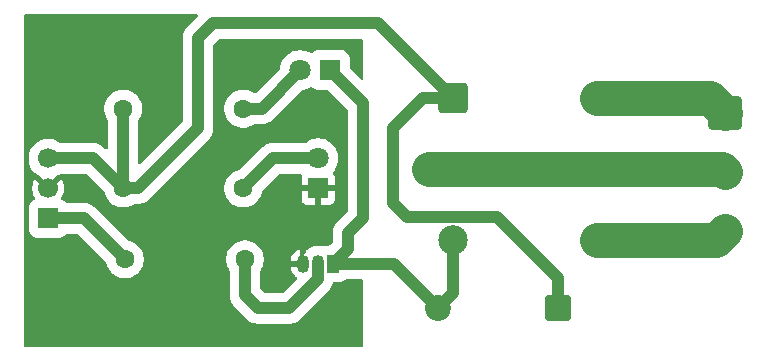
<source format=gbr>
%TF.GenerationSoftware,KiCad,Pcbnew,9.0.7*%
%TF.CreationDate,2026-01-29T22:17:19+05:30*%
%TF.ProjectId,RELAY,52454c41-592e-46b6-9963-61645f706362,rev?*%
%TF.SameCoordinates,Original*%
%TF.FileFunction,Copper,L2,Bot*%
%TF.FilePolarity,Positive*%
%FSLAX46Y46*%
G04 Gerber Fmt 4.6, Leading zero omitted, Abs format (unit mm)*
G04 Created by KiCad (PCBNEW 9.0.7) date 2026-01-29 22:17:19*
%MOMM*%
%LPD*%
G01*
G04 APERTURE LIST*
G04 Aperture macros list*
%AMRoundRect*
0 Rectangle with rounded corners*
0 $1 Rounding radius*
0 $2 $3 $4 $5 $6 $7 $8 $9 X,Y pos of 4 corners*
0 Add a 4 corners polygon primitive as box body*
4,1,4,$2,$3,$4,$5,$6,$7,$8,$9,$2,$3,0*
0 Add four circle primitives for the rounded corners*
1,1,$1+$1,$2,$3*
1,1,$1+$1,$4,$5*
1,1,$1+$1,$6,$7*
1,1,$1+$1,$8,$9*
0 Add four rect primitives between the rounded corners*
20,1,$1+$1,$2,$3,$4,$5,0*
20,1,$1+$1,$4,$5,$6,$7,0*
20,1,$1+$1,$6,$7,$8,$9,0*
20,1,$1+$1,$8,$9,$2,$3,0*%
G04 Aperture macros list end*
%TA.AperFunction,ComponentPad*%
%ADD10RoundRect,0.250001X-1.149999X1.149999X-1.149999X-1.149999X1.149999X-1.149999X1.149999X1.149999X0*%
%TD*%
%TA.AperFunction,ComponentPad*%
%ADD11C,2.800000*%
%TD*%
%TA.AperFunction,ComponentPad*%
%ADD12C,1.600000*%
%TD*%
%TA.AperFunction,ComponentPad*%
%ADD13R,1.700000X1.700000*%
%TD*%
%TA.AperFunction,ComponentPad*%
%ADD14C,1.700000*%
%TD*%
%TA.AperFunction,ComponentPad*%
%ADD15RoundRect,0.249999X0.850001X0.850001X-0.850001X0.850001X-0.850001X-0.850001X0.850001X-0.850001X0*%
%TD*%
%TA.AperFunction,ComponentPad*%
%ADD16C,2.200000*%
%TD*%
%TA.AperFunction,ComponentPad*%
%ADD17C,2.500000*%
%TD*%
%TA.AperFunction,ComponentPad*%
%ADD18RoundRect,0.250000X-1.000000X-1.000000X1.000000X-1.000000X1.000000X1.000000X-1.000000X1.000000X0*%
%TD*%
%TA.AperFunction,ComponentPad*%
%ADD19R,1.800000X1.800000*%
%TD*%
%TA.AperFunction,ComponentPad*%
%ADD20C,1.800000*%
%TD*%
%TA.AperFunction,ComponentPad*%
%ADD21R,1.050000X1.500000*%
%TD*%
%TA.AperFunction,ComponentPad*%
%ADD22O,1.050000X1.500000*%
%TD*%
%TA.AperFunction,Conductor*%
%ADD23C,1.000000*%
%TD*%
%TA.AperFunction,Conductor*%
%ADD24C,3.000000*%
%TD*%
G04 APERTURE END LIST*
D10*
%TO.P,J1,1,Pin_1*%
%TO.N,NC*%
X180500000Y-110490000D03*
D11*
%TO.P,J1,2,Pin_2*%
%TO.N,COM*%
X180500000Y-115490000D03*
%TO.P,J1,3,Pin_3*%
%TO.N,NO*%
X180500000Y-120490000D03*
%TD*%
D12*
%TO.P,R1,1*%
%TO.N,VCC*%
X129540000Y-110090000D03*
%TO.P,R1,2*%
%TO.N,Net-(D2-A)*%
X139700000Y-110090000D03*
%TD*%
D13*
%TO.P,J2,1,Pin_1*%
%TO.N,INPUT*%
X123190000Y-119380000D03*
D14*
%TO.P,J2,2,Pin_2*%
%TO.N,GND*%
X123190000Y-116840000D03*
%TO.P,J2,3,Pin_3*%
%TO.N,VCC*%
X123190000Y-114300000D03*
%TD*%
D15*
%TO.P,D3,1,K*%
%TO.N,VCC*%
X166370000Y-127000000D03*
D16*
%TO.P,D3,2,A*%
%TO.N,Net-(D2-K)*%
X156210000Y-127000000D03*
%TD*%
D17*
%TO.P,K2,11*%
%TO.N,COM*%
X155480000Y-115220000D03*
%TO.P,K2,12*%
%TO.N,NC*%
X169680000Y-109220000D03*
%TO.P,K2,14*%
%TO.N,NO*%
X169680000Y-121220000D03*
D18*
%TO.P,K2,A1*%
%TO.N,VCC*%
X157480000Y-109220000D03*
D17*
%TO.P,K2,A2*%
%TO.N,Net-(D2-K)*%
X157480000Y-121220000D03*
%TD*%
D19*
%TO.P,D1,1,K*%
%TO.N,GND*%
X146050000Y-116840000D03*
D20*
%TO.P,D1,2,A*%
%TO.N,Net-(D1-A)*%
X146050000Y-114300000D03*
%TD*%
D12*
%TO.P,R3,1*%
%TO.N,INPUT*%
X129700000Y-122840000D03*
%TO.P,R3,2*%
%TO.N,Net-(Q1-B)*%
X139860000Y-122840000D03*
%TD*%
D21*
%TO.P,Q1,1,C*%
%TO.N,Net-(D2-K)*%
X147320000Y-123230000D03*
D22*
%TO.P,Q1,2,B*%
%TO.N,Net-(Q1-B)*%
X146050000Y-123230000D03*
%TO.P,Q1,3,E*%
%TO.N,GND*%
X144780000Y-123230000D03*
%TD*%
D12*
%TO.P,R2,1*%
%TO.N,VCC*%
X129540000Y-116840000D03*
%TO.P,R2,2*%
%TO.N,Net-(D1-A)*%
X139700000Y-116840000D03*
%TD*%
D19*
%TO.P,D2,1,K*%
%TO.N,Net-(D2-K)*%
X147050000Y-106840000D03*
D20*
%TO.P,D2,2,A*%
%TO.N,Net-(D2-A)*%
X144510000Y-106840000D03*
%TD*%
D23*
%TO.N,Net-(D1-A)*%
X139700000Y-116840000D02*
X142240000Y-114300000D01*
X142240000Y-114300000D02*
X146050000Y-114300000D01*
%TO.N,Net-(D2-K)*%
X157480000Y-121220000D02*
X157480000Y-125730000D01*
X147050000Y-106840000D02*
X149860000Y-109650000D01*
X149860000Y-109650000D02*
X149860000Y-119380000D01*
X148590000Y-120650000D02*
X148590000Y-121960000D01*
X148590000Y-121960000D02*
X147320000Y-123230000D01*
X157480000Y-125730000D02*
X156210000Y-127000000D01*
X149860000Y-119380000D02*
X148590000Y-120650000D01*
X147320000Y-123230000D02*
X152440000Y-123230000D01*
X152440000Y-123230000D02*
X156210000Y-127000000D01*
%TO.N,Net-(D2-A)*%
X139700000Y-110090000D02*
X141260000Y-110090000D01*
X141260000Y-110090000D02*
X144510000Y-106840000D01*
%TO.N,VCC*%
X166370000Y-124460000D02*
X166370000Y-127000000D01*
X151130000Y-102870000D02*
X137160000Y-102870000D01*
X157480000Y-109220000D02*
X154940000Y-109220000D01*
X157480000Y-109220000D02*
X151130000Y-102870000D01*
X152400000Y-118110000D02*
X153559000Y-119269000D01*
X153559000Y-119269000D02*
X161179000Y-119269000D01*
X130810000Y-116840000D02*
X129540000Y-116840000D01*
X135890000Y-111760000D02*
X130810000Y-116840000D01*
X127000000Y-114300000D02*
X123190000Y-114300000D01*
X154940000Y-109220000D02*
X152400000Y-111760000D01*
X129540000Y-116840000D02*
X127000000Y-114300000D01*
X135890000Y-104140000D02*
X135890000Y-111760000D01*
X152400000Y-111760000D02*
X152400000Y-118110000D01*
X137160000Y-102870000D02*
X135890000Y-104140000D01*
X129540000Y-116840000D02*
X129540000Y-110090000D01*
X161179000Y-119269000D02*
X166370000Y-124460000D01*
D24*
%TO.N,COM*%
X155480000Y-115220000D02*
X180230000Y-115220000D01*
X180230000Y-115220000D02*
X180500000Y-115490000D01*
%TO.N,NO*%
X169680000Y-121220000D02*
X179770000Y-121220000D01*
X179770000Y-121220000D02*
X180500000Y-120490000D01*
%TO.N,NC*%
X169680000Y-109220000D02*
X179230000Y-109220000D01*
X179230000Y-109220000D02*
X180500000Y-110490000D01*
D23*
%TO.N,INPUT*%
X126240000Y-119380000D02*
X129700000Y-122840000D01*
X123190000Y-119380000D02*
X126240000Y-119380000D01*
%TO.N,Net-(Q1-B)*%
X140970000Y-127000000D02*
X143580000Y-127000000D01*
X139860000Y-125890000D02*
X140970000Y-127000000D01*
X143580000Y-127000000D02*
X146050000Y-124530000D01*
X146050000Y-124530000D02*
X146050000Y-123230000D01*
X139860000Y-122840000D02*
X139860000Y-125890000D01*
%TD*%
%TA.AperFunction,Conductor*%
%TO.N,GND*%
G36*
X135857992Y-102120185D02*
G01*
X135903747Y-102172989D01*
X135913691Y-102242147D01*
X135884666Y-102305703D01*
X135878634Y-102312181D01*
X134898036Y-103292778D01*
X134777713Y-103458388D01*
X134731246Y-103549585D01*
X134731245Y-103549584D01*
X134684779Y-103640781D01*
X134684779Y-103640782D01*
X134621523Y-103835461D01*
X134621523Y-103835464D01*
X134589500Y-104037648D01*
X134589500Y-111169953D01*
X134569815Y-111236992D01*
X134553181Y-111257634D01*
X131052181Y-114758634D01*
X130990858Y-114792119D01*
X130921166Y-114787135D01*
X130865233Y-114745263D01*
X130840816Y-114679799D01*
X130840500Y-114670953D01*
X130840500Y-111063237D01*
X130860185Y-110996198D01*
X130864168Y-110990370D01*
X130908870Y-110928845D01*
X131023241Y-110704379D01*
X131101090Y-110464785D01*
X131140500Y-110215962D01*
X131140500Y-109964038D01*
X131101090Y-109715215D01*
X131023241Y-109475621D01*
X131023239Y-109475618D01*
X131023239Y-109475616D01*
X130981747Y-109394184D01*
X130908870Y-109251155D01*
X130811872Y-109117648D01*
X130760798Y-109047350D01*
X130760794Y-109047345D01*
X130582654Y-108869205D01*
X130582649Y-108869201D01*
X130378848Y-108721132D01*
X130378847Y-108721131D01*
X130378845Y-108721130D01*
X130308747Y-108685413D01*
X130154383Y-108606760D01*
X129914785Y-108528910D01*
X129804257Y-108511404D01*
X129665962Y-108489500D01*
X129414038Y-108489500D01*
X129289626Y-108509205D01*
X129165214Y-108528910D01*
X128925616Y-108606760D01*
X128701151Y-108721132D01*
X128497350Y-108869201D01*
X128497345Y-108869205D01*
X128319205Y-109047345D01*
X128319201Y-109047350D01*
X128171132Y-109251151D01*
X128056760Y-109475616D01*
X127978910Y-109715214D01*
X127939500Y-109964038D01*
X127939500Y-110215961D01*
X127978910Y-110464785D01*
X128056760Y-110704383D01*
X128171130Y-110928846D01*
X128191193Y-110956459D01*
X128215817Y-110990352D01*
X128239298Y-111056156D01*
X128239500Y-111063237D01*
X128239500Y-113400953D01*
X128219815Y-113467992D01*
X128167011Y-113513747D01*
X128097853Y-113523691D01*
X128034297Y-113494666D01*
X128027819Y-113488634D01*
X127847221Y-113308036D01*
X127847219Y-113308034D01*
X127681611Y-113187713D01*
X127590158Y-113141116D01*
X127499219Y-113094780D01*
X127441338Y-113075973D01*
X127333916Y-113041069D01*
X127333914Y-113041069D01*
X127304535Y-113031523D01*
X127304533Y-113031522D01*
X127304528Y-113031521D01*
X127132857Y-113004331D01*
X127102352Y-112999500D01*
X127102351Y-112999500D01*
X124248304Y-112999500D01*
X124181265Y-112979815D01*
X124175419Y-112975818D01*
X124055054Y-112888368D01*
X124055053Y-112888367D01*
X124055051Y-112888366D01*
X123982764Y-112851534D01*
X123823576Y-112770422D01*
X123576493Y-112690140D01*
X123319902Y-112649500D01*
X123319897Y-112649500D01*
X123060103Y-112649500D01*
X123060098Y-112649500D01*
X122803506Y-112690140D01*
X122556423Y-112770422D01*
X122324945Y-112888368D01*
X122114774Y-113041066D01*
X122114771Y-113041069D01*
X121931071Y-113224768D01*
X121931066Y-113224774D01*
X121778368Y-113434945D01*
X121660422Y-113666423D01*
X121580140Y-113913506D01*
X121539500Y-114170097D01*
X121539500Y-114429902D01*
X121580140Y-114686493D01*
X121660422Y-114933576D01*
X121778368Y-115165054D01*
X121931066Y-115375225D01*
X121931069Y-115375229D01*
X122114771Y-115558931D01*
X122324949Y-115711634D01*
X122491437Y-115796464D01*
X122522820Y-115819266D01*
X123060591Y-116357037D01*
X122997007Y-116374075D01*
X122882993Y-116439901D01*
X122789901Y-116532993D01*
X122724075Y-116647007D01*
X122707037Y-116710591D01*
X122074728Y-116078282D01*
X122074727Y-116078282D01*
X122035380Y-116132439D01*
X121938904Y-116321782D01*
X121873242Y-116523869D01*
X121873242Y-116523872D01*
X121840000Y-116733753D01*
X121840000Y-116946246D01*
X121873242Y-117156127D01*
X121873242Y-117156130D01*
X121938904Y-117358217D01*
X122035377Y-117547554D01*
X122076963Y-117604792D01*
X122100443Y-117670599D01*
X122084618Y-117738653D01*
X122034512Y-117787348D01*
X122017601Y-117794719D01*
X121990479Y-117804209D01*
X121837737Y-117900184D01*
X121710184Y-118027737D01*
X121614211Y-118180476D01*
X121554631Y-118350745D01*
X121554630Y-118350750D01*
X121539500Y-118485039D01*
X121539500Y-120274960D01*
X121554630Y-120409249D01*
X121554631Y-120409254D01*
X121614211Y-120579523D01*
X121706994Y-120727185D01*
X121710184Y-120732262D01*
X121837738Y-120859816D01*
X121990478Y-120955789D01*
X122160745Y-121015368D01*
X122160750Y-121015369D01*
X122251246Y-121025565D01*
X122295040Y-121030499D01*
X122295043Y-121030500D01*
X122295046Y-121030500D01*
X124084957Y-121030500D01*
X124084958Y-121030499D01*
X124152104Y-121022934D01*
X124219249Y-121015369D01*
X124219252Y-121015368D01*
X124219255Y-121015368D01*
X124389522Y-120955789D01*
X124542262Y-120859816D01*
X124669816Y-120732262D01*
X124669818Y-120732257D01*
X124673865Y-120727185D01*
X124731054Y-120687046D01*
X124770810Y-120680500D01*
X125649953Y-120680500D01*
X125716992Y-120700185D01*
X125737634Y-120716819D01*
X128092223Y-123071408D01*
X128125708Y-123132731D01*
X128127015Y-123139689D01*
X128138909Y-123214783D01*
X128216760Y-123454381D01*
X128331132Y-123678848D01*
X128479201Y-123882649D01*
X128479205Y-123882654D01*
X128657345Y-124060794D01*
X128657350Y-124060798D01*
X128835117Y-124189952D01*
X128861155Y-124208870D01*
X128944168Y-124251167D01*
X129085616Y-124323239D01*
X129085618Y-124323239D01*
X129085621Y-124323241D01*
X129325215Y-124401090D01*
X129574038Y-124440500D01*
X129574039Y-124440500D01*
X129825961Y-124440500D01*
X129825962Y-124440500D01*
X130074785Y-124401090D01*
X130314379Y-124323241D01*
X130538845Y-124208870D01*
X130742656Y-124060793D01*
X130920793Y-123882656D01*
X131068870Y-123678845D01*
X131183241Y-123454379D01*
X131261090Y-123214785D01*
X131300500Y-122965962D01*
X131300500Y-122714038D01*
X131261090Y-122465215D01*
X131183241Y-122225621D01*
X131183239Y-122225618D01*
X131183239Y-122225616D01*
X131126134Y-122113543D01*
X131068870Y-122001155D01*
X130964607Y-121857649D01*
X130920798Y-121797350D01*
X130920794Y-121797345D01*
X130742654Y-121619205D01*
X130742649Y-121619201D01*
X130538848Y-121471132D01*
X130538847Y-121471131D01*
X130538845Y-121471130D01*
X130314379Y-121356759D01*
X130194582Y-121317834D01*
X130074783Y-121278909D01*
X129999689Y-121267015D01*
X129936555Y-121237085D01*
X129931408Y-121232223D01*
X127087221Y-118388036D01*
X127087219Y-118388034D01*
X126921611Y-118267713D01*
X126806124Y-118208870D01*
X126739219Y-118174780D01*
X126633716Y-118140500D01*
X126544535Y-118111523D01*
X126544532Y-118111522D01*
X126389220Y-118086923D01*
X126342352Y-118079500D01*
X126342351Y-118079500D01*
X124770810Y-118079500D01*
X124703771Y-118059815D01*
X124673865Y-118032815D01*
X124669816Y-118027738D01*
X124542262Y-117900184D01*
X124389519Y-117804208D01*
X124362399Y-117794719D01*
X124305623Y-117753997D01*
X124279876Y-117689044D01*
X124293333Y-117620483D01*
X124303037Y-117604791D01*
X124344622Y-117547555D01*
X124441095Y-117358217D01*
X124506757Y-117156130D01*
X124506757Y-117156127D01*
X124540000Y-116946246D01*
X124540000Y-116733753D01*
X124506757Y-116523872D01*
X124506757Y-116523869D01*
X124441095Y-116321782D01*
X124344624Y-116132449D01*
X124305270Y-116078282D01*
X124305269Y-116078282D01*
X123672962Y-116710589D01*
X123655925Y-116647007D01*
X123590099Y-116532993D01*
X123497007Y-116439901D01*
X123382993Y-116374075D01*
X123319409Y-116357037D01*
X123857178Y-115819266D01*
X123888559Y-115796466D01*
X124055051Y-115711634D01*
X124108241Y-115672989D01*
X124175419Y-115624182D01*
X124241225Y-115600702D01*
X124248304Y-115600500D01*
X126409953Y-115600500D01*
X126476992Y-115620185D01*
X126497634Y-115636819D01*
X127932223Y-117071408D01*
X127965708Y-117132731D01*
X127967015Y-117139689D01*
X127978909Y-117214783D01*
X128003349Y-117290000D01*
X128056759Y-117454379D01*
X128166928Y-117670599D01*
X128171132Y-117678848D01*
X128319201Y-117882649D01*
X128319205Y-117882654D01*
X128497344Y-118060793D01*
X128497350Y-118060798D01*
X128639647Y-118164182D01*
X128701155Y-118208870D01*
X128816641Y-118267713D01*
X128925616Y-118323239D01*
X128925618Y-118323239D01*
X128925621Y-118323241D01*
X129165215Y-118401090D01*
X129414038Y-118440500D01*
X129414039Y-118440500D01*
X129665961Y-118440500D01*
X129665962Y-118440500D01*
X129914785Y-118401090D01*
X130154379Y-118323241D01*
X130378845Y-118208870D01*
X130440353Y-118164181D01*
X130506158Y-118140702D01*
X130513238Y-118140500D01*
X130912351Y-118140500D01*
X130912352Y-118140500D01*
X131114535Y-118108477D01*
X131261290Y-118060793D01*
X131309219Y-118045220D01*
X131400414Y-117998753D01*
X131491611Y-117952287D01*
X131657219Y-117831966D01*
X132775147Y-116714038D01*
X138099500Y-116714038D01*
X138099500Y-116965961D01*
X138138910Y-117214785D01*
X138216760Y-117454383D01*
X138264234Y-117547554D01*
X138326928Y-117670599D01*
X138331132Y-117678848D01*
X138479201Y-117882649D01*
X138479205Y-117882654D01*
X138657344Y-118060793D01*
X138657350Y-118060798D01*
X138799647Y-118164182D01*
X138861155Y-118208870D01*
X138976641Y-118267713D01*
X139085616Y-118323239D01*
X139085618Y-118323239D01*
X139085621Y-118323241D01*
X139325215Y-118401090D01*
X139574038Y-118440500D01*
X139574039Y-118440500D01*
X139825961Y-118440500D01*
X139825962Y-118440500D01*
X140074785Y-118401090D01*
X140314379Y-118323241D01*
X140538845Y-118208870D01*
X140742656Y-118060793D01*
X140920793Y-117882656D01*
X141068870Y-117678845D01*
X141183241Y-117454379D01*
X141261090Y-117214785D01*
X141272984Y-117139687D01*
X141282100Y-117120457D01*
X141286624Y-117099662D01*
X141301168Y-117080233D01*
X141302911Y-117076557D01*
X141307757Y-117071426D01*
X142742366Y-115636819D01*
X142803689Y-115603334D01*
X142830047Y-115600500D01*
X144564385Y-115600500D01*
X144631424Y-115620185D01*
X144677179Y-115672989D01*
X144687123Y-115742147D01*
X144680567Y-115767833D01*
X144656403Y-115832619D01*
X144656401Y-115832627D01*
X144650000Y-115892155D01*
X144650000Y-116590000D01*
X145674722Y-116590000D01*
X145630667Y-116666306D01*
X145600000Y-116780756D01*
X145600000Y-116899244D01*
X145630667Y-117013694D01*
X145674722Y-117090000D01*
X144650000Y-117090000D01*
X144650000Y-117787844D01*
X144656401Y-117847372D01*
X144656403Y-117847379D01*
X144706645Y-117982086D01*
X144706649Y-117982093D01*
X144792809Y-118097187D01*
X144792812Y-118097190D01*
X144907906Y-118183350D01*
X144907913Y-118183354D01*
X145042620Y-118233596D01*
X145042627Y-118233598D01*
X145102155Y-118239999D01*
X145102172Y-118240000D01*
X145800000Y-118240000D01*
X145800000Y-117215277D01*
X145876306Y-117259333D01*
X145990756Y-117290000D01*
X146109244Y-117290000D01*
X146223694Y-117259333D01*
X146300000Y-117215277D01*
X146300000Y-118240000D01*
X146997828Y-118240000D01*
X146997844Y-118239999D01*
X147057372Y-118233598D01*
X147057379Y-118233596D01*
X147192086Y-118183354D01*
X147192093Y-118183350D01*
X147307187Y-118097190D01*
X147307190Y-118097187D01*
X147393350Y-117982093D01*
X147393354Y-117982086D01*
X147443596Y-117847379D01*
X147443598Y-117847372D01*
X147449999Y-117787844D01*
X147450000Y-117787827D01*
X147450000Y-117090000D01*
X146425278Y-117090000D01*
X146469333Y-117013694D01*
X146500000Y-116899244D01*
X146500000Y-116780756D01*
X146469333Y-116666306D01*
X146425278Y-116590000D01*
X147450000Y-116590000D01*
X147450000Y-115892172D01*
X147449999Y-115892155D01*
X147443598Y-115832627D01*
X147443596Y-115832620D01*
X147393354Y-115697913D01*
X147393352Y-115697910D01*
X147313729Y-115591549D01*
X147289311Y-115526085D01*
X147304162Y-115457812D01*
X147325316Y-115429554D01*
X147331247Y-115423624D01*
X147466948Y-115246774D01*
X147578405Y-115053726D01*
X147663710Y-114847781D01*
X147721404Y-114632463D01*
X147750500Y-114411457D01*
X147750500Y-114188543D01*
X147721404Y-113967537D01*
X147663710Y-113752219D01*
X147578405Y-113546274D01*
X147466948Y-113353226D01*
X147368379Y-113224768D01*
X147331248Y-113176377D01*
X147331242Y-113176370D01*
X147173629Y-113018757D01*
X147173622Y-113018751D01*
X146996782Y-112883058D01*
X146996780Y-112883057D01*
X146996774Y-112883052D01*
X146803726Y-112771595D01*
X146803722Y-112771593D01*
X146597790Y-112686293D01*
X146597783Y-112686291D01*
X146597781Y-112686290D01*
X146382463Y-112628596D01*
X146382457Y-112628595D01*
X146382452Y-112628594D01*
X146161466Y-112599501D01*
X146161463Y-112599500D01*
X146161457Y-112599500D01*
X145938543Y-112599500D01*
X145938537Y-112599500D01*
X145938533Y-112599501D01*
X145717547Y-112628594D01*
X145717540Y-112628595D01*
X145717537Y-112628596D01*
X145639522Y-112649500D01*
X145502219Y-112686290D01*
X145502209Y-112686293D01*
X145296277Y-112771593D01*
X145296273Y-112771595D01*
X145103226Y-112883052D01*
X145103217Y-112883058D01*
X144984861Y-112973876D01*
X144919692Y-112999070D01*
X144909375Y-112999500D01*
X142137648Y-112999500D01*
X142113329Y-113003351D01*
X141935465Y-113031522D01*
X141740776Y-113094781D01*
X141558386Y-113187715D01*
X141392786Y-113308028D01*
X141392782Y-113308032D01*
X139468590Y-115232223D01*
X139407267Y-115265708D01*
X139400309Y-115267015D01*
X139325217Y-115278909D01*
X139085618Y-115356760D01*
X138861151Y-115471132D01*
X138657350Y-115619201D01*
X138657345Y-115619205D01*
X138479205Y-115797345D01*
X138479201Y-115797350D01*
X138331132Y-116001151D01*
X138216760Y-116225616D01*
X138138910Y-116465214D01*
X138099500Y-116714038D01*
X132775147Y-116714038D01*
X136881966Y-112607219D01*
X137002287Y-112441611D01*
X137048753Y-112350414D01*
X137095220Y-112259219D01*
X137158477Y-112064534D01*
X137190500Y-111862352D01*
X137190500Y-104730047D01*
X137210185Y-104663008D01*
X137226819Y-104642366D01*
X137662366Y-104206819D01*
X137723689Y-104173334D01*
X137750047Y-104170500D01*
X149736000Y-104170500D01*
X149803039Y-104190185D01*
X149848794Y-104242989D01*
X149860000Y-104294500D01*
X149860000Y-107511453D01*
X149840315Y-107578492D01*
X149787511Y-107624247D01*
X149718353Y-107634191D01*
X149654797Y-107605166D01*
X149648319Y-107599134D01*
X148786819Y-106737634D01*
X148753334Y-106676311D01*
X148750500Y-106649953D01*
X148750500Y-105895043D01*
X148750499Y-105895039D01*
X148735369Y-105760750D01*
X148735368Y-105760745D01*
X148719843Y-105716376D01*
X148675789Y-105590478D01*
X148579816Y-105437738D01*
X148452262Y-105310184D01*
X148299523Y-105214211D01*
X148129254Y-105154631D01*
X148129249Y-105154630D01*
X147994960Y-105139500D01*
X147994954Y-105139500D01*
X146105046Y-105139500D01*
X146105039Y-105139500D01*
X145970750Y-105154630D01*
X145970745Y-105154631D01*
X145800476Y-105214211D01*
X145647737Y-105310184D01*
X145647736Y-105310185D01*
X145573563Y-105384357D01*
X145512240Y-105417842D01*
X145442548Y-105412856D01*
X145423883Y-105404062D01*
X145263733Y-105311598D01*
X145263722Y-105311593D01*
X145057790Y-105226293D01*
X145057783Y-105226291D01*
X145057781Y-105226290D01*
X144842463Y-105168596D01*
X144842457Y-105168595D01*
X144842452Y-105168594D01*
X144621466Y-105139501D01*
X144621463Y-105139500D01*
X144621457Y-105139500D01*
X144398543Y-105139500D01*
X144398537Y-105139500D01*
X144398533Y-105139501D01*
X144177547Y-105168594D01*
X144177540Y-105168595D01*
X144177537Y-105168596D01*
X144007299Y-105214211D01*
X143962219Y-105226290D01*
X143962209Y-105226293D01*
X143756277Y-105311593D01*
X143756273Y-105311595D01*
X143563226Y-105423052D01*
X143563217Y-105423058D01*
X143386377Y-105558751D01*
X143386370Y-105558757D01*
X143228757Y-105716370D01*
X143228751Y-105716377D01*
X143093058Y-105893217D01*
X143093052Y-105893226D01*
X142981595Y-106086273D01*
X142981593Y-106086277D01*
X142896293Y-106292209D01*
X142896290Y-106292219D01*
X142838597Y-106507534D01*
X142838595Y-106507545D01*
X142819122Y-106655454D01*
X142790855Y-106719350D01*
X142783864Y-106726949D01*
X140759016Y-108751798D01*
X140697693Y-108785283D01*
X140628001Y-108780299D01*
X140598449Y-108764435D01*
X140538845Y-108721130D01*
X140314383Y-108606760D01*
X140074785Y-108528910D01*
X139964257Y-108511404D01*
X139825962Y-108489500D01*
X139574038Y-108489500D01*
X139449626Y-108509205D01*
X139325214Y-108528910D01*
X139085616Y-108606760D01*
X138861151Y-108721132D01*
X138657350Y-108869201D01*
X138657345Y-108869205D01*
X138479205Y-109047345D01*
X138479201Y-109047350D01*
X138331132Y-109251151D01*
X138216760Y-109475616D01*
X138138910Y-109715214D01*
X138099500Y-109964038D01*
X138099500Y-110215961D01*
X138138910Y-110464785D01*
X138216760Y-110704383D01*
X138331132Y-110928848D01*
X138479201Y-111132649D01*
X138479205Y-111132654D01*
X138657344Y-111310793D01*
X138657350Y-111310798D01*
X138799647Y-111414182D01*
X138861155Y-111458870D01*
X139004184Y-111531747D01*
X139085616Y-111573239D01*
X139085618Y-111573239D01*
X139085621Y-111573241D01*
X139325215Y-111651090D01*
X139574038Y-111690500D01*
X139574039Y-111690500D01*
X139825961Y-111690500D01*
X139825962Y-111690500D01*
X140074785Y-111651090D01*
X140314379Y-111573241D01*
X140538845Y-111458870D01*
X140600353Y-111414181D01*
X140666158Y-111390702D01*
X140673238Y-111390500D01*
X141362351Y-111390500D01*
X141362352Y-111390500D01*
X141564535Y-111358477D01*
X141711290Y-111310793D01*
X141759219Y-111295220D01*
X141850414Y-111248753D01*
X141941611Y-111202287D01*
X142107219Y-111081966D01*
X144623050Y-108566133D01*
X144684371Y-108532650D01*
X144694539Y-108530877D01*
X144842463Y-108511404D01*
X145057781Y-108453710D01*
X145263726Y-108368405D01*
X145423885Y-108275936D01*
X145491783Y-108259464D01*
X145557810Y-108282316D01*
X145573565Y-108295643D01*
X145647738Y-108369816D01*
X145800478Y-108465789D01*
X145930838Y-108511404D01*
X145970745Y-108525368D01*
X145970750Y-108525369D01*
X146061246Y-108535565D01*
X146105040Y-108540499D01*
X146105043Y-108540500D01*
X146105046Y-108540500D01*
X146859953Y-108540500D01*
X146926992Y-108560185D01*
X146947634Y-108576819D01*
X148523181Y-110152366D01*
X148556666Y-110213689D01*
X148559500Y-110240047D01*
X148559500Y-118789953D01*
X148539815Y-118856992D01*
X148523181Y-118877634D01*
X147598036Y-119802778D01*
X147477713Y-119968388D01*
X147431246Y-120059585D01*
X147431245Y-120059584D01*
X147384779Y-120150781D01*
X147384779Y-120150782D01*
X147321523Y-120345461D01*
X147321523Y-120345464D01*
X147289500Y-120547648D01*
X147289500Y-121369953D01*
X147269815Y-121436992D01*
X147253181Y-121457634D01*
X147067634Y-121643181D01*
X147006311Y-121676666D01*
X146979953Y-121679500D01*
X146750039Y-121679500D01*
X146615746Y-121694631D01*
X146615745Y-121694631D01*
X146506338Y-121732913D01*
X146436559Y-121736474D01*
X146427068Y-121733802D01*
X146360391Y-121712138D01*
X146360392Y-121712138D01*
X146154324Y-121679500D01*
X146154319Y-121679500D01*
X145945681Y-121679500D01*
X145945676Y-121679500D01*
X145739610Y-121712137D01*
X145541179Y-121776612D01*
X145355285Y-121871330D01*
X145275223Y-121929500D01*
X145186495Y-121993965D01*
X145186492Y-121993967D01*
X145182554Y-121996829D01*
X145181671Y-121995614D01*
X145123980Y-122021446D01*
X145083051Y-122020198D01*
X145030000Y-122009645D01*
X145030000Y-122113543D01*
X145010315Y-122180582D01*
X145006318Y-122186429D01*
X144916330Y-122310285D01*
X144821612Y-122496179D01*
X144771931Y-122649082D01*
X144732493Y-122706757D01*
X144668134Y-122733955D01*
X144599288Y-122722040D01*
X144547812Y-122674796D01*
X144530000Y-122610763D01*
X144530000Y-122009646D01*
X144529999Y-122009645D01*
X144481022Y-122019388D01*
X144481015Y-122019390D01*
X144294486Y-122096652D01*
X144294473Y-122096659D01*
X144126600Y-122208829D01*
X144126596Y-122208832D01*
X143983832Y-122351596D01*
X143983829Y-122351600D01*
X143871659Y-122519473D01*
X143871652Y-122519486D01*
X143794390Y-122706016D01*
X143794387Y-122706025D01*
X143755000Y-122904041D01*
X143755000Y-122980000D01*
X144499670Y-122980000D01*
X144479925Y-122999745D01*
X144430556Y-123085255D01*
X144405000Y-123180630D01*
X144405000Y-123279370D01*
X144430556Y-123374745D01*
X144479925Y-123460255D01*
X144499670Y-123480000D01*
X143755000Y-123480000D01*
X143755000Y-123555958D01*
X143794387Y-123753974D01*
X143794390Y-123753983D01*
X143871652Y-123940513D01*
X143871659Y-123940526D01*
X143983829Y-124108399D01*
X143983832Y-124108403D01*
X144126596Y-124251167D01*
X144126600Y-124251170D01*
X144218598Y-124312642D01*
X144263403Y-124366254D01*
X144272110Y-124435579D01*
X144241955Y-124498607D01*
X144237388Y-124503425D01*
X143077634Y-125663181D01*
X143016311Y-125696666D01*
X142989953Y-125699500D01*
X141560047Y-125699500D01*
X141493008Y-125679815D01*
X141472366Y-125663181D01*
X141196819Y-125387634D01*
X141163334Y-125326311D01*
X141160500Y-125299953D01*
X141160500Y-123813237D01*
X141180185Y-123746198D01*
X141184168Y-123740370D01*
X141228870Y-123678845D01*
X141343241Y-123454379D01*
X141421090Y-123214785D01*
X141460500Y-122965962D01*
X141460500Y-122714038D01*
X141421090Y-122465215D01*
X141343241Y-122225621D01*
X141343239Y-122225618D01*
X141343239Y-122225616D01*
X141286134Y-122113543D01*
X141228870Y-122001155D01*
X141124607Y-121857649D01*
X141080798Y-121797350D01*
X141080794Y-121797345D01*
X140902654Y-121619205D01*
X140902649Y-121619201D01*
X140698848Y-121471132D01*
X140698847Y-121471131D01*
X140698845Y-121471130D01*
X140628747Y-121435413D01*
X140474383Y-121356760D01*
X140234785Y-121278910D01*
X140234779Y-121278909D01*
X139985962Y-121239500D01*
X139734038Y-121239500D01*
X139609626Y-121259205D01*
X139485214Y-121278910D01*
X139245616Y-121356760D01*
X139021151Y-121471132D01*
X138817350Y-121619201D01*
X138817345Y-121619205D01*
X138639205Y-121797345D01*
X138639201Y-121797350D01*
X138491132Y-122001151D01*
X138376760Y-122225616D01*
X138325694Y-122382781D01*
X138298910Y-122465215D01*
X138259500Y-122714038D01*
X138259500Y-122965962D01*
X138276201Y-123071408D01*
X138298910Y-123214785D01*
X138376760Y-123454383D01*
X138491130Y-123678846D01*
X138511193Y-123706459D01*
X138535817Y-123740352D01*
X138559298Y-123806156D01*
X138559500Y-123813237D01*
X138559500Y-125992351D01*
X138591522Y-126194534D01*
X138654781Y-126389223D01*
X138701246Y-126480414D01*
X138747713Y-126571611D01*
X138868034Y-126737219D01*
X140122781Y-127991966D01*
X140288389Y-128112287D01*
X140379585Y-128158753D01*
X140470781Y-128205220D01*
X140568123Y-128236848D01*
X140665465Y-128268477D01*
X140867648Y-128300500D01*
X140867649Y-128300500D01*
X143682351Y-128300500D01*
X143682352Y-128300500D01*
X143884535Y-128268477D01*
X143981876Y-128236848D01*
X144079219Y-128205220D01*
X144170414Y-128158753D01*
X144261611Y-128112287D01*
X144427219Y-127991966D01*
X147041966Y-125377219D01*
X147162286Y-125211611D01*
X147163928Y-125208389D01*
X147255220Y-125029219D01*
X147308194Y-124866182D01*
X147347632Y-124808506D01*
X147411990Y-124781308D01*
X147426125Y-124780500D01*
X147889957Y-124780500D01*
X147889958Y-124780499D01*
X147957104Y-124772934D01*
X148024249Y-124765369D01*
X148024252Y-124765368D01*
X148024255Y-124765368D01*
X148194522Y-124705789D01*
X148347262Y-124609816D01*
X148390259Y-124566819D01*
X148451582Y-124533334D01*
X148477940Y-124530500D01*
X149736000Y-124530500D01*
X149803039Y-124550185D01*
X149848794Y-124602989D01*
X149860000Y-124654500D01*
X149860000Y-130185500D01*
X149840315Y-130252539D01*
X149787511Y-130298294D01*
X149736000Y-130309500D01*
X121274500Y-130309500D01*
X121207461Y-130289815D01*
X121161706Y-130237011D01*
X121150500Y-130185500D01*
X121150500Y-102224500D01*
X121170185Y-102157461D01*
X121222989Y-102111706D01*
X121274500Y-102100500D01*
X135790953Y-102100500D01*
X135857992Y-102120185D01*
G37*
%TD.AperFunction*%
%TD*%
M02*

</source>
